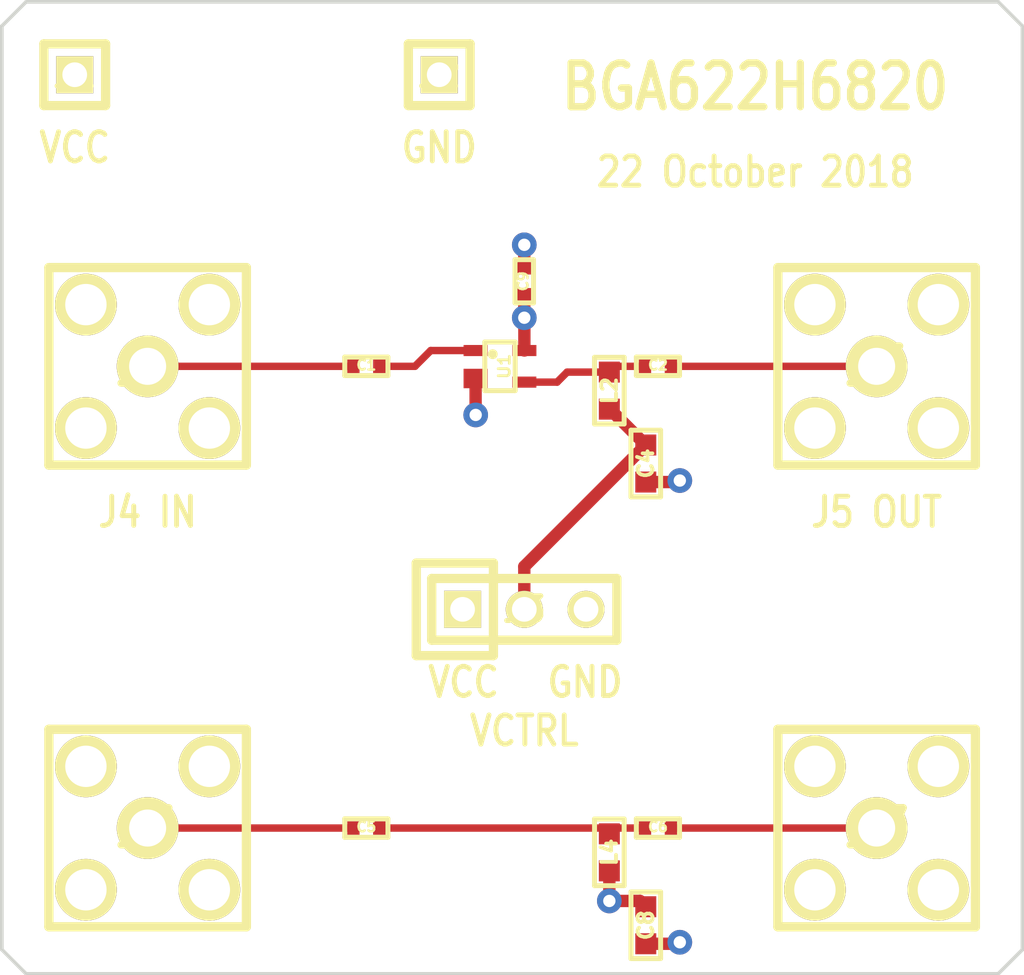
<source format=kicad_pcb>
(kicad_pcb (version 20221018) (generator pcbnew)
  (layers (0 "F.Cu" signal "C1F.Cu") (1 "In1.Cu" signal "C2.Cu") (2 "In2.Cu" signal "C3.Cu") (31 "B.Cu" signal "C4B.Cu") (34 "B.Paste" user) (35 "F.Paste" user) (36 "B.SilkS" user "B.Silkscreen") (37 "F.SilkS" user "F.Silkscreen") (38 "B.Mask" user) (39 "F.Mask" user) (44 "Edge.Cuts" user))
  (net 0 "")
  (net 1 "Net-(C1-Pad2)")
  (net 2 "Net-(C1-Pad1)")
  (net 3 "Net-(C2-Pad2)")
  (net 4 "Net-(C2-Pad1)")
  (net 5 "GND")
  (net 6 "VCC")
  (net 7 "Net-(C5-Pad2)")
  (net 8 "Net-(C5-Pad1)")
  (net 9 "Net-(C6-Pad1)")
  (net 10 "Net-(C4-Pad2)")
  (footprint "gsg-modules:0402" (layer "F.Cu") (at 139 81 180)
    (fp_text reference "C1" (at 0 0.0508 180) (layer "F.SilkS") (effects (font (size 0.4064 0.4064) (thickness 0.1016))))
    (fp_text value "100nF" hide)
    (fp_line (start -0.889 -0.381) (end 0.889 -0.381) (stroke (width 0.2032)) (layer "F.SilkS"))
    (fp_line (start -0.889 0.381) (end -0.889 -0.381) (stroke (width 0.2032)) (layer "F.SilkS"))
    (fp_line (start 0.889 -0.381) (end 0.889 0.381) (stroke (width 0.2032)) (layer "F.SilkS"))
    (fp_line (start 0.889 0.381) (end -0.889 0.381) (stroke (width 0.2032)) (layer "F.SilkS"))
    (pad "1" smd rect (at -0.5334 0 180) (size 0.508 0.5588) (layers "F.Cu" "F.Paste" "F.Mask") (net 2 "Net-(C1-Pad1)"))
    (pad "2" smd rect (at 0.5334 0 180) (size 0.508 0.5588) (layers "F.Cu" "F.Paste" "F.Mask") (net 1 "Net-(C1-Pad2)"))
  )
  (footprint "gsg-modules:0402" (layer "F.Cu") (at 151 81 180)
    (fp_text reference "C2" (at 0 0.0508 180) (layer "F.SilkS") (effects (font (size 0.4064 0.4064) (thickness 0.1016))))
    (fp_text value "100nF" hide)
    (fp_line (start -0.889 -0.381) (end 0.889 -0.381) (stroke (width 0.2032)) (layer "F.SilkS"))
    (fp_line (start -0.889 0.381) (end -0.889 -0.381) (stroke (width 0.2032)) (layer "F.SilkS"))
    (fp_line (start 0.889 -0.381) (end 0.889 0.381) (stroke (width 0.2032)) (layer "F.SilkS"))
    (fp_line (start 0.889 0.381) (end -0.889 0.381) (stroke (width 0.2032)) (layer "F.SilkS"))
    (pad "1" smd rect (at -0.5334 0 180) (size 0.508 0.5588) (layers "F.Cu" "F.Paste" "F.Mask") (net 4 "Net-(C2-Pad1)"))
    (pad "2" smd rect (at 0.5334 0 180) (size 0.508 0.5588) (layers "F.Cu" "F.Paste" "F.Mask") (net 3 "Net-(C2-Pad2)"))
  )
  (footprint "gsg-modules:0603" (layer "F.Cu") (at 150.5 85 90)
    (fp_text reference "C4" (at 0 0 90) (layer "F.SilkS") (effects (font (size 0.6096 0.6096) (thickness 0.1524))))
    (fp_text value "1uF" hide)
    (fp_line (start -1.3716 -0.6096) (end -1.3716 0.6096) (stroke (width 0.2032)) (layer "F.SilkS"))
    (fp_line (start -1.3716 0.6096) (end 1.3716 0.6096) (stroke (width 0.2032)) (layer "F.SilkS"))
    (fp_line (start 1.3716 -0.6096) (end -1.3716 -0.6096) (stroke (width 0.2032)) (layer "F.SilkS"))
    (fp_line (start 1.3716 0.6096) (end 1.3716 -0.6096) (stroke (width 0.2032)) (layer "F.SilkS"))
    (pad "1" smd rect (at -0.762 0 90) (size 0.8636 0.8636) (layers "F.Cu" "F.Paste" "F.Mask") (net 5 "GND") (clearance 0.1778))
    (pad "2" smd rect (at 0.762 0 90) (size 0.8636 0.8636) (layers "F.Cu" "F.Paste" "F.Mask") (net 10 "Net-(C4-Pad2)") (clearance 0.1778))
  )
  (footprint "gsg-modules:0402" (layer "F.Cu") (at 139 100 180)
    (fp_text reference "C5" (at 0 0.0508 180) (layer "F.SilkS") (effects (font (size 0.4064 0.4064) (thickness 0.1016))))
    (fp_text value "100nF" hide)
    (fp_line (start -0.889 -0.381) (end 0.889 -0.381) (stroke (width 0.2032)) (layer "F.SilkS"))
    (fp_line (start -0.889 0.381) (end -0.889 -0.381) (stroke (width 0.2032)) (layer "F.SilkS"))
    (fp_line (start 0.889 -0.381) (end 0.889 0.381) (stroke (width 0.2032)) (layer "F.SilkS"))
    (fp_line (start 0.889 0.381) (end -0.889 0.381) (stroke (width 0.2032)) (layer "F.SilkS"))
    (pad "1" smd rect (at -0.5334 0 180) (size 0.508 0.5588) (layers "F.Cu" "F.Paste" "F.Mask") (net 8 "Net-(C5-Pad1)"))
    (pad "2" smd rect (at 0.5334 0 180) (size 0.508 0.5588) (layers "F.Cu" "F.Paste" "F.Mask") (net 7 "Net-(C5-Pad2)"))
  )
  (footprint "gsg-modules:0402" (layer "F.Cu") (at 151 100 180)
    (fp_text reference "C6" (at 0 0.0508 180) (layer "F.SilkS") (effects (font (size 0.4064 0.4064) (thickness 0.1016))))
    (fp_text value "100nF" hide)
    (fp_line (start -0.889 -0.381) (end 0.889 -0.381) (stroke (width 0.2032)) (layer "F.SilkS"))
    (fp_line (start -0.889 0.381) (end -0.889 -0.381) (stroke (width 0.2032)) (layer "F.SilkS"))
    (fp_line (start 0.889 -0.381) (end 0.889 0.381) (stroke (width 0.2032)) (layer "F.SilkS"))
    (fp_line (start 0.889 0.381) (end -0.889 0.381) (stroke (width 0.2032)) (layer "F.SilkS"))
    (pad "1" smd rect (at -0.5334 0 180) (size 0.508 0.5588) (layers "F.Cu" "F.Paste" "F.Mask") (net 9 "Net-(C6-Pad1)"))
    (pad "2" smd rect (at 0.5334 0 180) (size 0.508 0.5588) (layers "F.Cu" "F.Paste" "F.Mask") (net 8 "Net-(C5-Pad1)"))
  )
  (footprint "gsg-modules:0603" (layer "F.Cu") (at 150.5 104 90)
    (fp_text reference "C8" (at 0 0 90) (layer "F.SilkS") (effects (font (size 0.6096 0.6096) (thickness 0.1524))))
    (fp_text value "1uF" hide)
    (fp_line (start -1.3716 -0.6096) (end -1.3716 0.6096) (stroke (width 0.2032)) (layer "F.SilkS"))
    (fp_line (start -1.3716 0.6096) (end 1.3716 0.6096) (stroke (width 0.2032)) (layer "F.SilkS"))
    (fp_line (start 1.3716 -0.6096) (end -1.3716 -0.6096) (stroke (width 0.2032)) (layer "F.SilkS"))
    (fp_line (start 1.3716 0.6096) (end 1.3716 -0.6096) (stroke (width 0.2032)) (layer "F.SilkS"))
    (pad "1" smd rect (at -0.762 0 90) (size 0.8636 0.8636) (layers "F.Cu" "F.Paste" "F.Mask") (net 5 "GND") (clearance 0.1778))
    (pad "2" smd rect (at 0.762 0 90) (size 0.8636 0.8636) (layers "F.Cu" "F.Paste" "F.Mask") (net 6 "VCC") (clearance 0.1778))
  )
  (footprint "gsg-modules:HEADER-1x1" (layer "F.Cu") (at 127 69)
    (fp_text reference "J1" (at 0 0) (layer "F.SilkS") (effects (font (size 1.016 1.016) (thickness 0.2032))))
    (fp_text value "CONN_01X01" hide)
    (fp_line (start -1.27 -1.27) (end -1.27 1.27) (stroke (width 0.381)) (layer "F.SilkS"))
    (fp_line (start -1.27 -1.27) (end 1.27 -1.27) (stroke (width 0.381)) (layer "F.SilkS"))
    (fp_line (start 1.27 -1.27) (end 1.27 1.27) (stroke (width 0.381)) (layer "F.SilkS"))
    (fp_line (start 1.27 1.27) (end -1.27 1.27) (stroke (width 0.381)) (layer "F.SilkS"))
    (pad "1" thru_hole rect (at 0 0) (size 1.524 1.524) (drill 1.016) (layers "*.Cu" "*.Mask" "F.SilkS") (net 6 "VCC"))
  )
  (footprint "gsg-modules:HEADER-1x1" (layer "F.Cu") (at 142 69)
    (fp_text reference "J2" (at 0 0) (layer "F.SilkS") (effects (font (size 1.016 1.016) (thickness 0.2032))))
    (fp_text value "CONN_01X01" hide)
    (fp_line (start -1.27 -1.27) (end -1.27 1.27) (stroke (width 0.381)) (layer "F.SilkS"))
    (fp_line (start -1.27 -1.27) (end 1.27 -1.27) (stroke (width 0.381)) (layer "F.SilkS"))
    (fp_line (start 1.27 -1.27) (end 1.27 1.27) (stroke (width 0.381)) (layer "F.SilkS"))
    (fp_line (start 1.27 1.27) (end -1.27 1.27) (stroke (width 0.381)) (layer "F.SilkS"))
    (pad "1" thru_hole rect (at 0 0) (size 1.524 1.524) (drill 1.016) (layers "*.Cu" "*.Mask" "F.SilkS") (net 5 "GND"))
  )
  (footprint "gsg-modules:HEADER-1x3" (layer "F.Cu") (at 145.5 91)
    (fp_text reference "J3" (at 0 0) (layer "F.SilkS") (effects (font (size 1.016 1.016) (thickness 0.2032))))
    (fp_text value "CONN_01X03" hide)
    (fp_line (start -4.445 -1.905) (end -4.445 1.905) (stroke (width 0.381)) (layer "F.SilkS"))
    (fp_line (start -4.445 1.905) (end -1.27 1.905) (stroke (width 0.381)) (layer "F.SilkS"))
    (fp_line (start -3.81 -1.27) (end -3.81 1.27) (stroke (width 0.381)) (layer "F.SilkS"))
    (fp_line (start -3.81 -1.27) (end 3.81 -1.27) (stroke (width 0.381)) (layer "F.SilkS"))
    (fp_line (start -1.27 -1.905) (end -4.445 -1.905) (stroke (width 0.381)) (layer "F.SilkS"))
    (fp_line (start -1.27 1.905) (end -1.27 -1.905) (stroke (width 0.381)) (layer "F.SilkS"))
    (fp_line (start 3.81 -1.27) (end 3.81 1.27) (stroke (width 0.381)) (layer "F.SilkS"))
    (fp_line (start 3.81 1.27) (end -3.81 1.27) (stroke (width 0.381)) (layer "F.SilkS"))
    (pad "1" thru_hole rect (at -2.54 0) (size 1.524 1.524) (drill 1.016) (layers "*.Cu" "*.Mask" "F.SilkS") (net 6 "VCC"))
    (pad "2" thru_hole circle (at 0 0) (size 1.524 1.524) (drill 1.016) (layers "*.Cu" "*.Mask" "F.SilkS") (net 10 "Net-(C4-Pad2)"))
    (pad "3" thru_hole circle (at 2.54 0) (size 1.524 1.524) (drill 1.016) (layers "*.Cu" "*.Mask" "F.SilkS") (net 5 "GND"))
  )
  (footprint "gsg-modules:SMA-VERTICAL" (layer "F.Cu") (at 130 81)
    (fp_text reference "J4" (at 0 0) (layer "F.SilkS") (effects (font (size 1.524 1.524) (thickness 0.3048))))
    (fp_text value "CONN_COAXIAL" hide)
    (fp_line (start -4.064 -4.064) (end -4.064 4.064) (stroke (width 0.381)) (layer "F.SilkS"))
    (fp_line (start -4.064 4.064) (end 4.064 4.064) (stroke (width 0.381)) (layer "F.SilkS"))
    (fp_line (start 4.064 -4.064) (end -4.064 -4.064) (stroke (width 0.381)) (layer "F.SilkS"))
    (fp_line (start 4.064 4.064) (end 4.064 -4.064) (stroke (width 0.381)) (layer "F.SilkS"))
    (pad "1" thru_hole circle (at 0 0) (size 2.54 2.54) (drill 1.524) (layers "*.Cu" "*.Mask" "F.SilkS") (net 1 "Net-(C1-Pad2)"))
    (pad "2" thru_hole circle (at -2.54 -2.54) (size 2.54 2.54) (drill 1.7018) (layers "*.Cu" "*.Mask" "F.SilkS") (net 5 "GND"))
    (pad "2" thru_hole circle (at -2.54 2.54) (size 2.54 2.54) (drill 1.7018) (layers "*.Cu" "*.Mask" "F.SilkS") (net 5 "GND"))
    (pad "2" thru_hole circle (at 2.54 -2.54) (size 2.54 2.54) (drill 1.7018) (layers "*.Cu" "*.Mask" "F.SilkS") (net 5 "GND"))
    (pad "2" thru_hole circle (at 2.54 2.54) (size 2.54 2.54) (drill 1.7018) (layers "*.Cu" "*.Mask" "F.SilkS") (net 5 "GND"))
  )
  (footprint "gsg-modules:SMA-VERTICAL" (layer "F.Cu") (at 160 81)
    (fp_text reference "J5" (at 0 0) (layer "F.SilkS") (effects (font (size 1.524 1.524) (thickness 0.3048))))
    (fp_text value "CONN_COAXIAL" hide)
    (fp_line (start -4.064 -4.064) (end -4.064 4.064) (stroke (width 0.381)) (layer "F.SilkS"))
    (fp_line (start -4.064 4.064) (end 4.064 4.064) (stroke (width 0.381)) (layer "F.SilkS"))
    (fp_line (start 4.064 -4.064) (end -4.064 -4.064) (stroke (width 0.381)) (layer "F.SilkS"))
    (fp_line (start 4.064 4.064) (end 4.064 -4.064) (stroke (width 0.381)) (layer "F.SilkS"))
    (pad "1" thru_hole circle (at 0 0) (size 2.54 2.54) (drill 1.524) (layers "*.Cu" "*.Mask" "F.SilkS") (net 4 "Net-(C2-Pad1)"))
    (pad "2" thru_hole circle (at -2.54 -2.54) (size 2.54 2.54) (drill 1.7018) (layers "*.Cu" "*.Mask" "F.SilkS") (net 5 "GND"))
    (pad "2" thru_hole circle (at -2.54 2.54) (size 2.54 2.54) (drill 1.7018) (layers "*.Cu" "*.Mask" "F.SilkS") (net 5 "GND"))
    (pad "2" thru_hole circle (at 2.54 -2.54) (size 2.54 2.54) (drill 1.7018) (layers "*.Cu" "*.Mask" "F.SilkS") (net 5 "GND"))
    (pad "2" thru_hole circle (at 2.54 2.54) (size 2.54 2.54) (drill 1.7018) (layers "*.Cu" "*.Mask" "F.SilkS") (net 5 "GND"))
  )
  (footprint "gsg-modules:SMA-VERTICAL" (layer "F.Cu") (at 130 100)
    (fp_text reference "J6" (at 0 0) (layer "F.SilkS") (effects (font (size 1.524 1.524) (thickness 0.3048))))
    (fp_text value "CONN_COAXIAL" hide)
    (fp_line (start -4.064 -4.064) (end -4.064 4.064) (stroke (width 0.381)) (layer "F.SilkS"))
    (fp_line (start -4.064 4.064) (end 4.064 4.064) (stroke (width 0.381)) (layer "F.SilkS"))
    (fp_line (start 4.064 -4.064) (end -4.064 -4.064) (stroke (width 0.381)) (layer "F.SilkS"))
    (fp_line (start 4.064 4.064) (end 4.064 -4.064) (stroke (width 0.381)) (layer "F.SilkS"))
    (pad "1" thru_hole circle (at 0 0) (size 2.54 2.54) (drill 1.524) (layers "*.Cu" "*.Mask" "F.SilkS") (net 7 "Net-(C5-Pad2)"))
    (pad "2" thru_hole circle (at -2.54 -2.54) (size 2.54 2.54) (drill 1.7018) (layers "*.Cu" "*.Mask" "F.SilkS") (net 5 "GND"))
    (pad "2" thru_hole circle (at -2.54 2.54) (size 2.54 2.54) (drill 1.7018) (layers "*.Cu" "*.Mask" "F.SilkS") (net 5 "GND"))
    (pad "2" thru_hole circle (at 2.54 -2.54) (size 2.54 2.54) (drill 1.7018) (layers "*.Cu" "*.Mask" "F.SilkS") (net 5 "GND"))
    (pad "2" thru_hole circle (at 2.54 2.54) (size 2.54 2.54) (drill 1.7018) (layers "*.Cu" "*.Mask" "F.SilkS") (net 5 "GND"))
  )
  (footprint "gsg-modules:SMA-VERTICAL" (layer "F.Cu") (at 160 100)
    (fp_text reference "J7" (at 0 0) (layer "F.SilkS") (effects (font (size 1.524 1.524) (thickness 0.3048))))
    (fp_text value "CONN_COAXIAL" hide)
    (fp_line (start -4.064 -4.064) (end -4.064 4.064) (stroke (width 0.381)) (layer "F.SilkS"))
    (fp_line (start -4.064 4.064) (end 4.064 4.064) (stroke (width 0.381)) (layer "F.SilkS"))
    (fp_line (start 4.064 -4.064) (end -4.064 -4.064) (stroke (width 0.381)) (layer "F.SilkS"))
    (fp_line (start 4.064 4.064) (end 4.064 -4.064) (stroke (width 0.381)) (layer "F.SilkS"))
    (pad "1" thru_hole circle (at 0 0) (size 2.54 2.54) (drill 1.524) (layers "*.Cu" "*.Mask" "F.SilkS") (net 9 "Net-(C6-Pad1)"))
    (pad "2" thru_hole circle (at -2.54 -2.54) (size 2.54 2.54) (drill 1.7018) (layers "*.Cu" "*.Mask" "F.SilkS") (net 5 "GND"))
    (pad "2" thru_hole circle (at -2.54 2.54) (size 2.54 2.54) (drill 1.7018) (layers "*.Cu" "*.Mask" "F.SilkS") (net 5 "GND"))
    (pad "2" thru_hole circle (at 2.54 -2.54) (size 2.54 2.54) (drill 1.7018) (layers "*.Cu" "*.Mask" "F.SilkS") (net 5 "GND"))
    (pad "2" thru_hole circle (at 2.54 2.54) (size 2.54 2.54) (drill 1.7018) (layers "*.Cu" "*.Mask" "F.SilkS") (net 5 "GND"))
  )
  (footprint "gsg-modules:0603" (layer "F.Cu") (at 149 82 -90)
    (fp_text reference "L2" (at 0 0 270) (layer "F.SilkS") (effects (font (size 0.6096 0.6096) (thickness 0.1524))))
    (fp_text value "10uH" hide)
    (fp_line (start -1.3716 -0.6096) (end -1.3716 0.6096) (stroke (width 0.2032)) (layer "F.SilkS"))
    (fp_line (start -1.3716 0.6096) (end 1.3716 0.6096) (stroke (width 0.2032)) (layer "F.SilkS"))
    (fp_line (start 1.3716 -0.6096) (end -1.3716 -0.6096) (stroke (width 0.2032)) (layer "F.SilkS"))
    (fp_line (start 1.3716 0.6096) (end 1.3716 -0.6096) (stroke (width 0.2032)) (layer "F.SilkS"))
    (pad "1" smd rect (at -0.762 0 270) (size 0.8636 0.8636) (layers "F.Cu" "F.Paste" "F.Mask") (net 3 "Net-(C2-Pad2)") (clearance 0.1778))
    (pad "2" smd rect (at 0.762 0 270) (size 0.8636 0.8636) (layers "F.Cu" "F.Paste" "F.Mask") (net 10 "Net-(C4-Pad2)") (clearance 0.1778))
  )
  (footprint "gsg-modules:0603" (layer "F.Cu") (at 149 101 -90)
    (fp_text reference "L4" (at 0 0 270) (layer "F.SilkS") (effects (font (size 0.6096 0.6096) (thickness 0.1524))))
    (fp_text value "10uH" hide)
    (fp_line (start -1.3716 -0.6096) (end -1.3716 0.6096) (stroke (width 0.2032)) (layer "F.SilkS"))
    (fp_line (start -1.3716 0.6096) (end 1.3716 0.6096) (stroke (width 0.2032)) (layer "F.SilkS"))
    (fp_line (start 1.3716 -0.6096) (end -1.3716 -0.6096) (stroke (width 0.2032)) (layer "F.SilkS"))
    (fp_line (start 1.3716 0.6096) (end 1.3716 -0.6096) (stroke (width 0.2032)) (layer "F.SilkS"))
    (pad "1" smd rect (at -0.762 0 270) (size 0.8636 0.8636) (layers "F.Cu" "F.Paste" "F.Mask") (net 8 "Net-(C5-Pad1)") (clearance 0.1778))
    (pad "2" smd rect (at 0.762 0 270) (size 0.8636 0.8636) (layers "F.Cu" "F.Paste" "F.Mask") (net 6 "VCC") (clearance 0.1778))
  )
  (footprint "gsg-modules:0402" (layer "F.Cu") (at 145.5 77.5 -90)
    (fp_text reference "C9" (at 0 0.0508 270) (layer "F.SilkS") (effects (font (size 0.4064 0.4064) (thickness 0.1016))))
    (fp_text value "100nF" hide)
    (fp_line (start -0.889 -0.381) (end 0.889 -0.381) (stroke (width 0.2032)) (layer "F.SilkS"))
    (fp_line (start -0.889 0.381) (end -0.889 -0.381) (stroke (width 0.2032)) (layer "F.SilkS"))
    (fp_line (start 0.889 -0.381) (end 0.889 0.381) (stroke (width 0.2032)) (layer "F.SilkS"))
    (fp_line (start 0.889 0.381) (end -0.889 0.381) (stroke (width 0.2032)) (layer "F.SilkS"))
    (pad "1" smd rect (at -0.5334 0 270) (size 0.508 0.5588) (layers "F.Cu" "F.Paste" "F.Mask") (net 5 "GND"))
    (pad "2" smd rect (at 0.5334 0 270) (size 0.508 0.5588) (layers "F.Cu" "F.Paste" "F.Mask") (net 6 "VCC"))
  )
  (footprint "gsg-modules:SOT343" (layer "F.Cu") (at 144.5 81 -90)
    (fp_text reference "U1" (at 0 -0.1778 270) (layer "F.SilkS") (effects (font (size 0.4572 0.508) (thickness 0.1143))))
    (fp_text value "BGA622" hide)
    (fp_line (start -1.00076 -0.62484) (end 1.00076 -0.62484) (stroke (width 0.2032)) (layer "F.SilkS"))
    (fp_line (start -1.00076 0.62484) (end -1.00076 -0.62484) (stroke (width 0.2032)) (layer "F.SilkS"))
    (fp_line (start 1.00076 -0.62484) (end 1.00076 0.62484) (stroke (width 0.2032)) (layer "F.SilkS"))
    (fp_line (start 1.00076 0.62484) (end -1.00076 0.62484) (stroke (width 0.2032)) (layer "F.SilkS"))
    (fp_circle (center -0.50038 0.29972) (end -0.39878 0.29972) (stroke (width 0.2032)) (fill none) (layer "F.SilkS"))
    (pad "1" smd rect (at -0.65024 1.0033 270) (size 0.4572 0.9906) (layers "F.Cu" "F.Paste" "F.Mask") (net 2 "Net-(C1-Pad1)"))
    (pad "2" smd rect (at 0.50038 1.0033 270) (size 0.8001 0.9906) (layers "F.Cu" "F.Paste" "F.Mask") (net 5 "GND"))
    (pad "3" smd rect (at 0.65024 -1.00076 270) (size 0.4572 0.9906) (layers "F.Cu" "F.Paste" "F.Mask") (net 3 "Net-(C2-Pad2)"))
    (pad "4" smd rect (at -0.65024 -1.0033 270) (size 0.4572 0.9906) (layers "F.Cu" "F.Paste" "F.Mask") (net 6 "VCC"))
  )
  (gr_line (start 125 106) (end 165 106) (stroke (width 0.15)) (layer "Edge.Cuts"))
  (gr_line (start 165 106) (end 166 105) (stroke (width 0.15)) (layer "Edge.Cuts"))
  (gr_line (start 165 66) (end 125 66) (stroke (width 0.15)) (layer "Edge.Cuts"))
  (gr_line (start 124 67) (end 124 105) (stroke (width 0.15)) (layer "Edge.Cuts"))
  (gr_line (start 166 67) (end 165 66) (stroke (width 0.15)) (layer "Edge.Cuts"))
  (gr_line (start 124 105) (end 125 106) (stroke (width 0.15)) (layer "Edge.Cuts"))
  (gr_line (start 166 105) (end 166 67) (stroke (width 0.15)) (layer "Edge.Cuts"))
  (gr_line (start 125 66) (end 124 67) (stroke (width 0.15)) (layer "Edge.Cuts"))
  (gr_text "GND" (at 142 72) (layer "F.SilkS") (effects (font (size 1.2 1) (thickness 0.2))))
  (gr_text "BGA622H6820" (at 155 69.5) (layer "F.SilkS") (effects (font (size 1.8 1.5) (thickness 0.3))))
  (gr_text "VCC" (at 127 72) (layer "F.SilkS") (effects (font (size 1.2 1) (thickness 0.2))))
  (gr_text "J5 OUT" (at 160 87) (layer "F.SilkS") (effects (font (size 1.2 1) (thickness 0.2))))
  (gr_text "VCTRL" (at 145.5 96) (layer "F.SilkS") (effects (font (size 1.2 1) (thickness 0.2))))
  (gr_text "GND" (at 148 94) (layer "F.SilkS") (effects (font (size 1.2 1) (thickness 0.2))))
  (gr_text "J4 IN" (at 130 87) (layer "F.SilkS") (effects (font (size 1.2 1) (thickness 0.2))))
  (gr_text "22 October 2018" (at 155 73) (layer "F.SilkS") (effects (font (size 1.2 1) (thickness 0.2))))
  (gr_text "VCC" (at 143 94) (layer "F.SilkS") (effects (font (size 1.2 1) (thickness 0.2))))
  (segment (start 138.4666 81) (end 130 81) (width 0.3048) (layer "F.Cu") (net 1))
  (segment (start 141.65024 80.34976) (end 141 81) (width 0.3048) (layer "F.Cu") (net 2))
  (segment (start 141 81) (end 139.5334 81) (width 0.3048) (layer "F.Cu") (net 2))
  (segment (start 143.4967 80.34976) (end 141.65024 80.34976) (width 0.3048) (layer "F.Cu") (net 2))
  (segment (start 149.238 81) (end 149 81.238) (width 0.3048) (layer "F.Cu") (net 3))
  (segment (start 146.84976 81.65024) (end 147.262 81.238) (width 0.3048) (layer "F.Cu") (net 3))
  (segment (start 147.262 81.238) (end 149 81.238) (width 0.3048) (layer "F.Cu") (net 3))
  (segment (start 150.4666 81) (end 149.238 81) (width 0.3048) (layer "F.Cu") (net 3))
  (segment (start 145.50076 81.65024) (end 146.84976 81.65024) (width 0.3048) (layer "F.Cu") (net 3))
  (segment (start 151.5334 81) (end 160 81) (width 0.3048) (layer "F.Cu") (net 4))
  (segment (start 151.838 85.762) (end 151.9 85.7) (width 0.508) (layer "F.Cu") (net 5))
  (segment (start 151.838 104.762) (end 151.9 104.7) (width 0.508) (layer "F.Cu") (net 5))
  (segment (start 143.4967 82.9967) (end 143.5 83) (width 0.508) (layer "F.Cu") (net 5))
  (segment (start 145.5 76.9666) (end 145.5 76) (width 0.508) (layer "F.Cu") (net 5))
  (segment (start 143.4967 81.50038) (end 143.4967 82.9967) (width 0.508) (layer "F.Cu") (net 5))
  (segment (start 150.5 85.762) (end 151.838 85.762) (width 0.508) (layer "F.Cu") (net 5))
  (segment (start 150.5 104.762) (end 151.838 104.762) (width 0.508) (layer "F.Cu") (net 5))
  (via (at 151.9 104.7) (size 1.016) (drill 0.508) (layers "F.Cu" "B.Cu") (net 5))
  (via (at 145.5 76) (size 1.016) (drill 0.508) (layers "F.Cu" "B.Cu") (net 5))
  (via (at 143.5 83) (size 1.016) (drill 0.508) (layers "F.Cu" "B.Cu") (net 5))
  (via (at 151.9 85.7) (size 1.016) (drill 0.508) (layers "F.Cu" "B.Cu") (net 5))
  (segment (start 150.262 103) (end 150.5 103.238) (width 0.508) (layer "F.Cu") (net 6))
  (segment (start 145.5033 79.0033) (end 145.5 79) (width 0.508) (layer "F.Cu") (net 6))
  (segment (start 145.5033 79.0033) (end 145.5033 80.34976) (width 0.508) (layer "F.Cu") (net 6))
  (segment (start 150.262 103) (end 149 103) (width 0.508) (layer "F.Cu") (net 6))
  (segment (start 145.5 78.0334) (end 145.5 79) (width 0.508) (layer "F.Cu") (net 6))
  (segment (start 149 103) (end 149 101.762) (width 0.508) (layer "F.Cu") (net 6))
  (via (at 149 103) (size 1.016) (drill 0.508) (layers "F.Cu" "B.Cu") (net 6))
  (via (at 145.5 79) (size 1.016) (drill 0.508) (layers "F.Cu" "B.Cu") (net 6))
  (segment (start 138.4666 100) (end 130 100) (width 0.3048) (layer "F.Cu") (net 7))
  (segment (start 149.238 100) (end 149 100.238) (width 0.3048) (layer "F.Cu") (net 8))
  (segment (start 148.762 100) (end 149 100.238) (width 0.3048) (layer "F.Cu") (net 8))
  (segment (start 150.4666 100) (end 149.238 100) (width 0.3048) (layer "F.Cu") (net 8))
  (segment (start 139.5334 100) (end 148.762 100) (width 0.3048) (layer "F.Cu") (net 8))
  (segment (start 151.5334 100) (end 160 100) (width 0.3048) (layer "F.Cu") (net 9))
  (segment (start 149.024 82.762) (end 150.5 84.238) (width 0.508) (layer "F.Cu") (net 10))
  (segment (start 145.5 89.238) (end 150.5 84.238) (width 0.508) (layer "F.Cu") (net 10))
  (segment (start 149 82.762) (end 149.024 82.762) (width 0.508) (layer "F.Cu") (net 10))
  (segment (start 145.5 91) (end 145.5 89.238) (width 0.508) (layer "F.Cu") (net 10))
)
</source>
